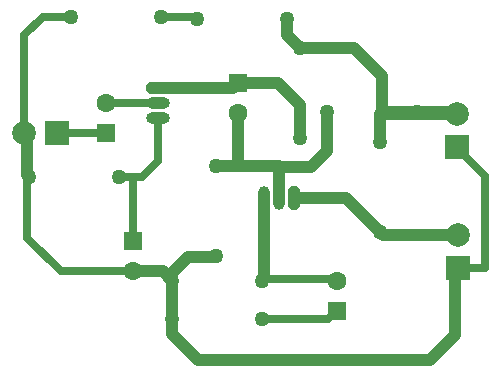
<source format=gbr>
G04 DipTrace 3.0.0.1*
G04 Bottom.gbr*
%MOIN*%
G04 #@! TF.FileFunction,Copper,L2,Bot*
G04 #@! TF.Part,Single*
%AMOUTLINE0*
4,1,8,
-0.029528,0.019685,
-0.03937,0.009843,
-0.03937,-0.009843,
-0.029528,-0.019685,
0.029528,-0.019685,
0.03937,-0.009843,
0.03937,0.009843,
0.029528,0.019685,
-0.029528,0.019685,
0*%
%AMOUTLINE3*
4,1,8,
0.019685,0.029528,
0.009843,0.03937,
-0.009843,0.03937,
-0.019685,0.029528,
-0.019685,-0.029528,
-0.009843,-0.03937,
0.009843,-0.03937,
0.019685,-0.029528,
0.019685,0.029528,
0*%
G04 #@! TA.AperFunction,Conductor*
%ADD13C,0.027559*%
%ADD14C,0.03937*%
G04 #@! TA.AperFunction,ComponentPad*
%ADD15C,0.062992*%
%ADD16R,0.062992X0.062992*%
%ADD17O,0.07874X0.03937*%
%ADD18O,0.03937X0.07874*%
%ADD19C,0.05*%
%ADD20C,0.05*%
%ADD22R,0.07874X0.07874*%
%ADD23C,0.07874*%
%ADD44OUTLINE0*%
%ADD47OUTLINE3*%
%FSLAX26Y26*%
G04*
G70*
G90*
G75*
G01*
G04 Bottom*
%LPD*%
X785827Y1199606D2*
D13*
X626772D1*
X624409Y1201969D1*
X971654Y1588189D2*
X1083465D1*
X1090551Y1581102D1*
X1390551D2*
D14*
Y1526378D1*
X1432283Y1484646D1*
X1614173D1*
X1707874Y1390945D1*
Y1269685D1*
X1824409D1*
X1953150D1*
X1957480Y1265354D1*
X1701181Y1169685D2*
Y1265354D1*
X1957480D1*
X959055Y1349213D2*
X1211024D1*
X1227953Y1366142D1*
X1432283Y1184646D2*
Y1293307D1*
X1359449Y1366142D1*
X1227953D1*
Y1266142D2*
Y1090157D1*
X1154331D1*
X1365354D1*
Y982283D1*
X1524409Y1269685D2*
Y1141732D1*
X1470079Y1087402D1*
X1365354D1*
Y982283D1*
X829134Y1053543D2*
D13*
X878346D1*
Y836614D1*
X875984Y838976D1*
X959055Y1249213D2*
Y1105906D1*
X906693Y1053543D1*
X829134D1*
X512992Y1201969D2*
Y1525591D1*
X575591Y1588189D1*
X671654D1*
X1957480Y1153937D2*
Y1150787D1*
X2051575Y1056693D1*
Y749213D1*
X1960236D1*
X529134Y1053543D2*
X524016D1*
Y851575D1*
X636614Y738976D1*
X875984D1*
X512992Y1201969D2*
D14*
X523622D1*
Y1059055D1*
X529134Y1053543D1*
X875984Y738976D2*
X976772D1*
X1008661Y707087D1*
Y581496D1*
X1007874Y580709D1*
Y529134D1*
X1093701Y443307D1*
X1868110D1*
X1951969Y527165D1*
Y749213D1*
X1960236D1*
X1008661Y707087D2*
Y734252D1*
X1061024Y786614D1*
X1150787D1*
X1154331Y790157D1*
X785827Y1299606D2*
D13*
X791732D1*
X792126Y1299213D1*
X959055D1*
X1307874Y580709D2*
X1528346D1*
X1555906Y608268D1*
X1308661Y707087D2*
Y713386D1*
X1561024D1*
X1555906Y708268D1*
X1315354Y982283D2*
D14*
Y713780D1*
X1308661Y707087D1*
X1415354Y982283D2*
X1588583D1*
X1701181Y869685D1*
X1960236Y860630D2*
X1710236D1*
X1701181Y869685D1*
D15*
X785827Y1299606D3*
D16*
Y1199606D3*
D15*
X875984Y738976D3*
D16*
Y838976D3*
D15*
X1227953Y1266142D3*
D16*
Y1366142D3*
D15*
X1555906Y708268D3*
D16*
Y608268D3*
D44*
X959055Y1349213D3*
D17*
Y1299213D3*
Y1249213D3*
D47*
X1415354Y982283D3*
D18*
X1365354D3*
X1315354D3*
D19*
X1390551Y1581102D3*
D20*
X1090551D3*
D19*
X971654Y1588189D3*
D20*
X671654D3*
D19*
X1432283Y1484646D3*
D20*
Y1184646D3*
D19*
X829134Y1053543D3*
D20*
X529134D3*
D19*
X1824409Y1269685D3*
D20*
X1524409D3*
D19*
X1154331Y1090157D3*
D20*
Y790157D3*
D19*
X1308661Y707087D3*
D20*
X1008661D3*
D19*
X1701181Y1169685D3*
D20*
Y869685D3*
D19*
X1307874Y580709D3*
D20*
X1007874D3*
D22*
X624409Y1201969D3*
D23*
X512992D3*
D22*
X1960236Y749213D3*
D23*
Y860630D3*
D22*
X1957480Y1153937D3*
D23*
Y1265354D3*
M02*

</source>
